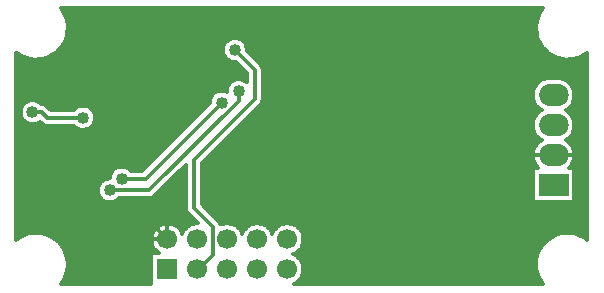
<source format=gbl>
G04 DipTrace 2.4.0.2*
%INBottom.gbr*%
%MOIN*%
%ADD15C,0.013*%
%ADD28R,0.0984X0.0748*%
%ADD29O,0.0984X0.0748*%
%ADD30R,0.0669X0.0669*%
%ADD31C,0.0669*%
%ADD45C,0.04*%
%FSLAX44Y44*%
G04*
G70*
G90*
G75*
G01*
%LNBottom*%
%LPD*%
X7382Y7382D2*
D15*
X8679D1*
X11671Y10375D1*
Y10687D1*
X7776Y7776D2*
X8572D1*
X11109Y10312D1*
X20171Y5187D2*
X20546D1*
Y6038D1*
Y8062D1*
X21039Y8555D1*
X22169D1*
X20546Y6038D2*
X19147D1*
X19046Y5937D1*
X9296Y5750D2*
X6234D1*
X5484Y6500D1*
Y6988D1*
Y8366D1*
Y9187D1*
X5647Y9350D1*
X6693D1*
X6890Y9547D1*
Y10236D1*
X6299Y10827D1*
Y10925D1*
X6037Y11187D1*
X5841D1*
X5610Y11417D1*
Y11516D1*
X7406Y13312D1*
X9296D1*
X12494D1*
X13435Y12371D1*
X14075Y11731D1*
X15409Y10397D1*
X17744Y8062D1*
X20546D1*
X6693Y8366D2*
X5484D1*
X4626Y6988D2*
X5484D1*
X8268Y10827D2*
X7480D1*
X6890Y10236D1*
X7484Y9437D2*
X7030D1*
X6905Y9562D1*
X6890Y9547D1*
X13976Y12795D2*
X13860D1*
X13435Y12371D1*
X14665Y9744D2*
X14756D1*
X15409Y10397D1*
X14075Y11614D2*
Y11731D1*
X9296Y13187D2*
Y13312D1*
X8984Y7125D2*
Y6062D1*
X9296Y5750D1*
X6487Y9804D2*
X5299D1*
X5112Y9991D1*
X4799D1*
X10296Y4750D2*
X10360D1*
X10827Y5217D1*
Y6156D1*
X10171Y6812D1*
Y8400D1*
X12205Y10433D1*
Y11404D1*
X11546Y12062D1*
D45*
X7382Y7382D3*
X11671Y10687D3*
X7776Y7776D3*
X11109Y10312D3*
X20171Y5187D3*
X19046Y5937D3*
X5610Y11516D3*
X6299Y10827D3*
X6693Y8366D3*
X4626Y6988D3*
X8268Y10827D3*
X7484Y9437D3*
X13976Y12795D3*
X14665Y9744D3*
X14075Y11614D3*
X8984Y7125D3*
X4799Y9991D3*
X6487Y9804D3*
X11546Y12062D3*
X10609Y7375D3*
X9921Y6500D3*
X7234Y4437D3*
X9296Y13187D3*
X21234Y9187D3*
X9843Y11614D3*
X18671Y9187D3*
X17921D3*
X17796Y9812D3*
X19671Y9187D3*
X20421D3*
X5841Y13326D2*
D15*
X21718D1*
X5904Y13198D2*
X21655D1*
X5949Y13069D2*
X21611D1*
X5975Y12940D2*
X21584D1*
X5985Y12812D2*
X21574D1*
X5979Y12683D2*
X21580D1*
X5957Y12554D2*
X21602D1*
X5918Y12426D2*
X11367D1*
X11726D2*
X21641D1*
X5859Y12297D2*
X11211D1*
X11882D2*
X21700D1*
X5778Y12169D2*
X11148D1*
X11945D2*
X21781D1*
X5664Y12040D2*
X11134D1*
X11959D2*
X21895D1*
X5502Y11911D2*
X11162D1*
X12085D2*
X22057D1*
X23218D2*
X23283D1*
X4276Y11783D2*
X4629D1*
X5214D2*
X11247D1*
X12213D2*
X22345D1*
X22930D2*
X23283D1*
X4276Y11654D2*
X11566D1*
X12341D2*
X23283D1*
X4276Y11526D2*
X11696D1*
X12453D2*
X23283D1*
X4276Y11397D2*
X11824D1*
X12483D2*
X23283D1*
X4276Y11268D2*
X11927D1*
X12483D2*
X23283D1*
X4276Y11140D2*
X11927D1*
X12483D2*
X23283D1*
X4276Y11011D2*
X11424D1*
X12483D2*
X21690D1*
X22650D2*
X23283D1*
X4276Y10883D2*
X11310D1*
X12483D2*
X21566D1*
X22771D2*
X23283D1*
X4276Y10754D2*
X11264D1*
X12483D2*
X21499D1*
X22838D2*
X23283D1*
X4276Y10625D2*
X10847D1*
X12483D2*
X21468D1*
X22871D2*
X23283D1*
X4276Y10497D2*
X10742D1*
X12483D2*
X21466D1*
X22871D2*
X23283D1*
X4276Y10368D2*
X4652D1*
X4946D2*
X10699D1*
X12475D2*
X21495D1*
X22842D2*
X23283D1*
X4276Y10240D2*
X4473D1*
X5218D2*
X10648D1*
X12398D2*
X21558D1*
X22779D2*
X23283D1*
X4276Y10111D2*
X4404D1*
X5380D2*
X6217D1*
X6756D2*
X10521D1*
X12270D2*
X21676D1*
X22664D2*
X23283D1*
X4276Y9982D2*
X4386D1*
X6858D2*
X10391D1*
X12142D2*
X21655D1*
X22684D2*
X23283D1*
X4276Y9854D2*
X4410D1*
X6897D2*
X10263D1*
X12012D2*
X21548D1*
X22790D2*
X23283D1*
X4276Y9725D2*
X4487D1*
X6893D2*
X10135D1*
X11884D2*
X21491D1*
X22848D2*
X23283D1*
X4276Y9596D2*
X4721D1*
X4877D2*
X5121D1*
X6842D2*
X10005D1*
X11756D2*
X21466D1*
X22873D2*
X23283D1*
X4276Y9468D2*
X6255D1*
X6718D2*
X9877D1*
X11627D2*
X21470D1*
X22867D2*
X23283D1*
X4276Y9339D2*
X9749D1*
X11499D2*
X21507D1*
X22832D2*
X23283D1*
X4276Y9211D2*
X9619D1*
X11371D2*
X21580D1*
X22759D2*
X23283D1*
X4276Y9082D2*
X9491D1*
X11241D2*
X21714D1*
X22625D2*
X23283D1*
X4276Y8953D2*
X9363D1*
X11113D2*
X21625D1*
X22714D2*
X23283D1*
X4276Y8825D2*
X9234D1*
X10985D2*
X21531D1*
X22808D2*
X23283D1*
X4276Y8696D2*
X9106D1*
X10855D2*
X21483D1*
X22857D2*
X23283D1*
X4276Y8568D2*
X8976D1*
X10727D2*
X21464D1*
X22875D2*
X23283D1*
X4276Y8439D2*
X8848D1*
X10597D2*
X21477D1*
X22863D2*
X23283D1*
X4276Y8310D2*
X8720D1*
X10469D2*
X21519D1*
X22820D2*
X23283D1*
X4276Y8182D2*
X8590D1*
X10449D2*
X21602D1*
X22737D2*
X23283D1*
X4276Y8053D2*
X7476D1*
X8076D2*
X8462D1*
X9737D2*
X9893D1*
X10449D2*
X21464D1*
X22875D2*
X23283D1*
X4276Y7925D2*
X7392D1*
X9609D2*
X9893D1*
X10449D2*
X21464D1*
X22875D2*
X23283D1*
X4276Y7796D2*
X7364D1*
X9481D2*
X9893D1*
X10449D2*
X21464D1*
X22875D2*
X23283D1*
X4276Y7667D2*
X7088D1*
X9351D2*
X9893D1*
X10449D2*
X21464D1*
X22875D2*
X23283D1*
X4276Y7539D2*
X7001D1*
X9223D2*
X9893D1*
X10449D2*
X21464D1*
X22875D2*
X23283D1*
X4276Y7410D2*
X6970D1*
X9095D2*
X9893D1*
X10449D2*
X21464D1*
X22875D2*
X23283D1*
X4276Y7281D2*
X6982D1*
X8965D2*
X9893D1*
X10449D2*
X21464D1*
X22875D2*
X23283D1*
X4276Y7153D2*
X7041D1*
X8825D2*
X9893D1*
X10449D2*
X21464D1*
X22875D2*
X23283D1*
X4276Y7024D2*
X7189D1*
X7575D2*
X9893D1*
X10449D2*
X21464D1*
X22875D2*
X23283D1*
X4276Y6896D2*
X9893D1*
X10475D2*
X23283D1*
X4276Y6767D2*
X9897D1*
X10603D2*
X23283D1*
X4276Y6638D2*
X9958D1*
X10733D2*
X23283D1*
X4276Y6510D2*
X10086D1*
X10861D2*
X23283D1*
X4276Y6381D2*
X10214D1*
X10989D2*
X23283D1*
X4276Y6253D2*
X9102D1*
X9491D2*
X10102D1*
X11491D2*
X12102D1*
X12489D2*
X13103D1*
X13490D2*
X23283D1*
X4276Y6124D2*
X8903D1*
X9690D2*
X9901D1*
X11691D2*
X11901D1*
X12690D2*
X12902D1*
X13691D2*
X23283D1*
X4276Y5995D2*
X8809D1*
X13784D2*
X23283D1*
X4276Y5867D2*
X4451D1*
X5392D2*
X8763D1*
X13831D2*
X22167D1*
X23108D2*
X23283D1*
X5595Y5738D2*
X8748D1*
X13843D2*
X21964D1*
X5727Y5610D2*
X8767D1*
X13825D2*
X21832D1*
X5823Y5481D2*
X8821D1*
X13772D2*
X21736D1*
X5892Y5352D2*
X8925D1*
X13667D2*
X21667D1*
X5940Y5224D2*
X8748D1*
X13555D2*
X21619D1*
X5971Y5095D2*
X8748D1*
X13717D2*
X21588D1*
X5983Y4967D2*
X8748D1*
X13799D2*
X21576D1*
X5981Y4838D2*
X8748D1*
X13837D2*
X21578D1*
X5963Y4709D2*
X8748D1*
X13843D2*
X21596D1*
X5928Y4581D2*
X8748D1*
X13817D2*
X21631D1*
X5873Y4452D2*
X8748D1*
X13754D2*
X21686D1*
X5798Y4323D2*
X8748D1*
X13632D2*
X21761D1*
X21542Y8129D2*
X21665Y8130D1*
X21603Y8196D1*
X21552Y8272D1*
X21513Y8354D1*
X21488Y8441D1*
X21478Y8531D1*
X21481Y8622D1*
X21499Y8711D1*
X21530Y8797D1*
X21575Y8876D1*
X21631Y8947D1*
X21699Y9008D1*
X21769Y9055D1*
X21685Y9113D1*
X21637Y9157D1*
X21595Y9207D1*
X21559Y9260D1*
X21528Y9318D1*
X21505Y9378D1*
X21488Y9441D1*
X21479Y9506D1*
X21477Y9570D1*
X21483Y9635D1*
X21495Y9699D1*
X21515Y9761D1*
X21542Y9820D1*
X21575Y9876D1*
X21614Y9927D1*
X21659Y9974D1*
X21709Y10016D1*
X21769Y10054D1*
X21685Y10113D1*
X21637Y10157D1*
X21595Y10207D1*
X21559Y10260D1*
X21528Y10318D1*
X21505Y10378D1*
X21488Y10441D1*
X21479Y10506D1*
X21477Y10570D1*
X21483Y10635D1*
X21495Y10699D1*
X21515Y10761D1*
X21542Y10820D1*
X21575Y10876D1*
X21614Y10927D1*
X21659Y10974D1*
X21709Y11016D1*
X21763Y11052D1*
X21821Y11081D1*
X21882Y11104D1*
X21945Y11119D1*
X22052Y11128D1*
X22287Y11129D1*
X22310D1*
X22375Y11122D1*
X22439Y11109D1*
X22500Y11088D1*
X22559Y11061D1*
X22614Y11027D1*
X22665Y10987D1*
X22712Y10942D1*
X22753Y10891D1*
X22788Y10837D1*
X22816Y10778D1*
X22838Y10717D1*
X22853Y10654D1*
X22861Y10555D1*
X22858Y10490D1*
X22847Y10426D1*
X22829Y10364D1*
X22804Y10304D1*
X22772Y10247D1*
X22734Y10195D1*
X22691Y10146D1*
X22642Y10104D1*
X22569Y10056D1*
X22665Y9987D1*
X22712Y9942D1*
X22753Y9891D1*
X22788Y9837D1*
X22816Y9778D1*
X22838Y9717D1*
X22853Y9654D1*
X22861Y9555D1*
X22858Y9490D1*
X22847Y9426D1*
X22829Y9364D1*
X22804Y9304D1*
X22772Y9247D1*
X22734Y9195D1*
X22691Y9146D1*
X22642Y9104D1*
X22569Y9056D1*
X22646Y9004D1*
X22712Y8942D1*
X22768Y8870D1*
X22811Y8790D1*
X22842Y8705D1*
X22858Y8615D1*
X22861Y8529D1*
X22850Y8439D1*
X22824Y8352D1*
X22785Y8270D1*
X22734Y8195D1*
X22672Y8129D1*
X22861D1*
Y6981D1*
X21477D1*
Y8129D1*
X21542D1*
X8826Y5284D2*
X9031Y5285D1*
X8967Y5329D1*
X8909Y5381D1*
X8859Y5441D1*
X8819Y5508D1*
X8789Y5580D1*
X8770Y5655D1*
X8762Y5733D1*
X8765Y5810D1*
X8780Y5887D1*
X8805Y5961D1*
X8841Y6030D1*
X8886Y6093D1*
X8941Y6149D1*
X9002Y6196D1*
X9070Y6234D1*
X9143Y6262D1*
X9219Y6279D1*
X9297Y6284D1*
X9375Y6278D1*
X9451Y6261D1*
X9523Y6234D1*
X9591Y6196D1*
X9653Y6148D1*
X9707Y6092D1*
X9752Y6029D1*
X9788Y5959D1*
X9796Y5939D1*
X9828Y6007D1*
X9862Y6062D1*
X9904Y6112D1*
X9950Y6157D1*
X10002Y6196D1*
X10059Y6229D1*
X10118Y6254D1*
X10181Y6272D1*
X10245Y6282D1*
X10324Y6283D1*
X9984Y6625D1*
X9944Y6676D1*
X9918Y6735D1*
X9906Y6812D1*
Y8235D1*
X8866Y7194D1*
X8815Y7155D1*
X8756Y7128D1*
X8679Y7117D1*
X7682D1*
X7607Y7051D1*
X7550Y7019D1*
X7489Y6996D1*
X7426Y6984D1*
X7361Y6982D1*
X7296Y6991D1*
X7234Y7010D1*
X7176Y7039D1*
X7123Y7077D1*
X7077Y7122D1*
X7040Y7175D1*
X7011Y7233D1*
X6991Y7295D1*
X6982Y7359D1*
X6984Y7424D1*
X6996Y7488D1*
X7018Y7549D1*
X7050Y7605D1*
X7091Y7656D1*
X7139Y7700D1*
X7193Y7735D1*
X7253Y7761D1*
X7316Y7776D1*
X7374Y7781D1*
X7390Y7882D1*
X7412Y7943D1*
X7444Y7999D1*
X7484Y8050D1*
X7532Y8093D1*
X7587Y8128D1*
X7647Y8154D1*
X7709Y8170D1*
X7774Y8176D1*
X7839Y8171D1*
X7902Y8155D1*
X7962Y8130D1*
X8016Y8095D1*
X8074Y8041D1*
X8464D1*
X10130Y9709D1*
X10709Y10289D1*
X10711Y10354D1*
X10723Y10418D1*
X10745Y10479D1*
X10777Y10536D1*
X10817Y10586D1*
X10866Y10630D1*
X10920Y10665D1*
X10980Y10691D1*
X11043Y10707D1*
X11107Y10712D1*
X11172Y10707D1*
X11235Y10692D1*
X11270Y10677D1*
X11273Y10729D1*
X11285Y10793D1*
X11308Y10854D1*
X11339Y10911D1*
X11380Y10961D1*
X11428Y11005D1*
X11483Y11040D1*
X11542Y11066D1*
X11605Y11082D1*
X11670Y11087D1*
X11734Y11082D1*
X11798Y11067D1*
X11857Y11041D1*
X11912Y11007D1*
X11941Y10981D1*
X11940Y11296D1*
X11650Y11584D1*
X11571Y11663D1*
X11525Y11662D1*
X11461Y11671D1*
X11399Y11690D1*
X11341Y11719D1*
X11288Y11757D1*
X11242Y11802D1*
X11204Y11855D1*
X11175Y11913D1*
X11156Y11975D1*
X11147Y12039D1*
X11148Y12104D1*
X11160Y12168D1*
X11183Y12229D1*
X11214Y12286D1*
X11255Y12336D1*
X11303Y12380D1*
X11358Y12415D1*
X11417Y12441D1*
X11480Y12457D1*
X11545Y12462D1*
X11609Y12457D1*
X11673Y12442D1*
X11732Y12416D1*
X11787Y12382D1*
X11836Y12338D1*
X11876Y12288D1*
X11909Y12232D1*
X11931Y12171D1*
X11944Y12107D1*
X11945Y12040D1*
X12392Y11591D1*
X12432Y11540D1*
X12458Y11481D1*
X12470Y11404D1*
Y10433D1*
X12462Y10369D1*
X12439Y10308D1*
X12392Y10246D1*
X10436Y8289D1*
Y6920D1*
X10726Y6632D1*
X11014Y6344D1*
X11066Y6271D1*
X11118Y6254D1*
X11181Y6272D1*
X11245Y6282D1*
X11310Y6284D1*
X11375Y6278D1*
X11438Y6265D1*
X11500Y6244D1*
X11558Y6216D1*
X11613Y6181D1*
X11662Y6139D1*
X11707Y6092D1*
X11745Y6040D1*
X11777Y5983D1*
X11797Y5936D1*
X11828Y6007D1*
X11862Y6062D1*
X11904Y6112D1*
X11950Y6157D1*
X12002Y6196D1*
X12059Y6229D1*
X12118Y6254D1*
X12181Y6272D1*
X12245Y6282D1*
X12310Y6284D1*
X12375Y6278D1*
X12438Y6265D1*
X12500Y6244D1*
X12558Y6216D1*
X12613Y6181D1*
X12662Y6139D1*
X12707Y6092D1*
X12745Y6040D1*
X12777Y5983D1*
X12797Y5936D1*
X12828Y6007D1*
X12862Y6062D1*
X12904Y6112D1*
X12950Y6157D1*
X13002Y6196D1*
X13059Y6229D1*
X13118Y6254D1*
X13181Y6272D1*
X13245Y6282D1*
X13310Y6284D1*
X13375Y6278D1*
X13438Y6265D1*
X13500Y6244D1*
X13558Y6216D1*
X13613Y6181D1*
X13662Y6139D1*
X13707Y6092D1*
X13745Y6040D1*
X13777Y5983D1*
X13802Y5923D1*
X13819Y5860D1*
X13831Y5750D1*
X13827Y5685D1*
X13815Y5621D1*
X13796Y5559D1*
X13769Y5500D1*
X13735Y5444D1*
X13695Y5393D1*
X13649Y5348D1*
X13598Y5308D1*
X13542Y5275D1*
X13484Y5249D1*
X13558Y5216D1*
X13613Y5181D1*
X13662Y5139D1*
X13707Y5092D1*
X13745Y5040D1*
X13777Y4983D1*
X13802Y4923D1*
X13819Y4860D1*
X13831Y4750D1*
X13827Y4685D1*
X13815Y4621D1*
X13796Y4559D1*
X13769Y4500D1*
X13735Y4444D1*
X13695Y4393D1*
X13649Y4348D1*
X13598Y4308D1*
X13514Y4262D1*
X21822D1*
X21775Y4323D1*
X21707Y4434D1*
X21654Y4552D1*
X21616Y4676D1*
X21594Y4804D1*
X21587Y4934D1*
X21597Y5063D1*
X21622Y5191D1*
X21663Y5314D1*
X21719Y5431D1*
X21789Y5541D1*
X21872Y5640D1*
X21967Y5729D1*
X22071Y5806D1*
X22185Y5869D1*
X22305Y5918D1*
X22431Y5951D1*
X22559Y5969D1*
X22689Y5971D1*
X22818Y5956D1*
X22945Y5926D1*
X23066Y5880D1*
X23181Y5820D1*
X23299Y5737D1*
X23297Y6237D1*
Y11976D1*
X23215Y11917D1*
X23102Y11853D1*
X22982Y11803D1*
X22857Y11768D1*
X22729Y11749D1*
X22599Y11745D1*
X22470Y11758D1*
X22343Y11787D1*
X22221Y11831D1*
X22105Y11890D1*
X21998Y11962D1*
X21900Y12048D1*
X21813Y12144D1*
X21739Y12251D1*
X21679Y12366D1*
X21633Y12488D1*
X21603Y12614D1*
X21589Y12743D1*
X21590Y12873D1*
X21608Y13001D1*
X21641Y13127D1*
X21690Y13247D1*
X21753Y13361D1*
X21820Y13455D1*
X5737D1*
X5792Y13383D1*
X5858Y13272D1*
X5909Y13152D1*
X5946Y13028D1*
X5967Y12900D1*
X5972Y12795D1*
X5964Y12666D1*
X5940Y12538D1*
X5900Y12414D1*
X5846Y12297D1*
X5777Y12186D1*
X5696Y12085D1*
X5602Y11995D1*
X5498Y11917D1*
X5386Y11853D1*
X5266Y11803D1*
X5141Y11768D1*
X5012Y11749D1*
X4882Y11745D1*
X4753Y11758D1*
X4627Y11787D1*
X4504Y11831D1*
X4389Y11890D1*
X4281Y11962D1*
X4261Y11979D1*
X4262Y10764D1*
Y5740D1*
X4355Y5806D1*
X4468Y5869D1*
X4589Y5918D1*
X4714Y5951D1*
X4843Y5969D1*
X4973Y5971D1*
X5102Y5956D1*
X5228Y5926D1*
X5350Y5880D1*
X5465Y5820D1*
X5571Y5746D1*
X5668Y5660D1*
X5754Y5562D1*
X5826Y5455D1*
X5885Y5339D1*
X5929Y5217D1*
X5958Y5090D1*
X5971Y4961D1*
X5970Y4856D1*
X5954Y4727D1*
X5922Y4602D1*
X5875Y4481D1*
X5813Y4366D1*
X5739Y4262D1*
X8761D1*
X8762Y5284D1*
X8826D1*
X6188Y9539D2*
X5299D1*
X5235Y9547D1*
X5174Y9570D1*
X5112Y9616D1*
X5050Y9678D1*
X4968Y9628D1*
X4907Y9606D1*
X4843Y9593D1*
X4778Y9592D1*
X4714Y9600D1*
X4652Y9619D1*
X4594Y9648D1*
X4541Y9686D1*
X4495Y9732D1*
X4457Y9784D1*
X4428Y9842D1*
X4409Y9904D1*
X4400Y9969D1*
X4401Y10033D1*
X4413Y10097D1*
X4436Y10158D1*
X4467Y10215D1*
X4508Y10265D1*
X4556Y10309D1*
X4611Y10344D1*
X4670Y10370D1*
X4733Y10386D1*
X4798Y10391D1*
X4862Y10386D1*
X4925Y10371D1*
X4985Y10345D1*
X5040Y10311D1*
X5097Y10256D1*
X5176Y10248D1*
X5236Y10225D1*
X5299Y10179D1*
X5410Y10068D1*
X6186Y10069D1*
X6244Y10121D1*
X6298Y10157D1*
X6358Y10182D1*
X6421Y10198D1*
X6485Y10204D1*
X6550Y10199D1*
X6613Y10183D1*
X6673Y10158D1*
X6728Y10123D1*
X6776Y10080D1*
X6817Y10030D1*
X6849Y9973D1*
X6872Y9912D1*
X6884Y9849D1*
X6887Y9804D1*
X6882Y9739D1*
X6866Y9676D1*
X6840Y9616D1*
X6805Y9562D1*
X6762Y9513D1*
X6711Y9473D1*
X6655Y9441D1*
X6594Y9418D1*
X6530Y9406D1*
X6466Y9404D1*
X6401Y9413D1*
X6339Y9432D1*
X6281Y9460D1*
X6228Y9498D1*
X6187Y9540D1*
X21477Y8555D2*
X22861D1*
X9296Y6284D2*
Y5750D1*
X8762D2*
X9296D1*
D28*
X22169Y7555D3*
D29*
Y8555D3*
Y9555D3*
Y10555D3*
D30*
X9296Y4750D3*
D31*
Y5750D3*
X10296Y4750D3*
Y5750D3*
X11296Y4750D3*
Y5750D3*
X12296Y4750D3*
Y5750D3*
X13296Y4750D3*
Y5750D3*
M02*

</source>
